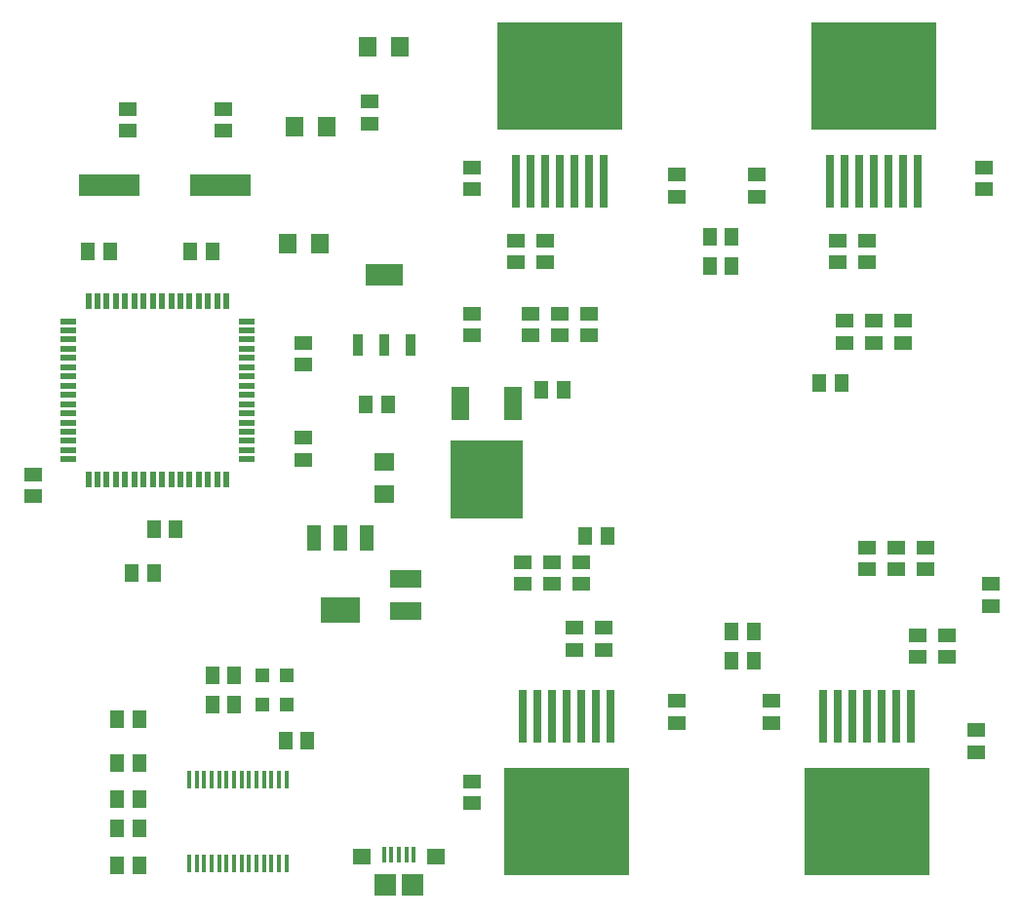
<source format=gbr>
G04 EAGLE Gerber RS-274X export*
G75*
%MOMM*%
%FSLAX34Y34*%
%LPD*%
%INSolderpaste Top*%
%IPPOS*%
%AMOC8*
5,1,8,0,0,1.08239X$1,22.5*%
G01*
%ADD10R,1.500000X1.300000*%
%ADD11R,1.300000X1.500000*%
%ADD12R,0.800000X4.600000*%
%ADD13R,10.800000X9.400000*%
%ADD14R,0.400000X1.350000*%
%ADD15R,1.600000X1.400000*%
%ADD16R,1.900000X1.900000*%
%ADD17R,1.200000X1.200000*%
%ADD18R,1.462000X0.517200*%
%ADD19R,0.517200X1.462000*%
%ADD20R,0.400000X1.500000*%
%ADD21R,5.334000X1.930400*%
%ADD22R,0.933900X1.965100*%
%ADD23R,3.233900X1.965100*%
%ADD24R,1.600000X1.800000*%
%ADD25R,1.200000X2.200000*%
%ADD26R,3.500000X2.200000*%
%ADD27R,1.800000X1.600000*%
%ADD28R,2.700000X1.600000*%
%ADD29R,1.500000X3.000000*%
%ADD30R,6.250000X6.800000*%


D10*
X660400Y631800D03*
X660400Y612800D03*
X787400Y504800D03*
X787400Y485800D03*
X736600Y504800D03*
X736600Y485800D03*
D11*
X619150Y577850D03*
X638150Y577850D03*
D10*
X590550Y612800D03*
X590550Y631800D03*
X412750Y638150D03*
X412750Y619150D03*
X514350Y511150D03*
X514350Y492150D03*
X463550Y511150D03*
X463550Y492150D03*
D11*
X657200Y209550D03*
X638200Y209550D03*
D10*
X673100Y174600D03*
X673100Y155600D03*
X850900Y130200D03*
X850900Y149200D03*
X781050Y288950D03*
X781050Y307950D03*
X806450Y288950D03*
X806450Y307950D03*
D11*
X657200Y234950D03*
X638200Y234950D03*
D10*
X412750Y104750D03*
X412750Y85750D03*
X590550Y155600D03*
X590550Y174600D03*
X482600Y276250D03*
X482600Y295250D03*
X508000Y276250D03*
X508000Y295250D03*
D11*
X250850Y139700D03*
X269850Y139700D03*
X123800Y31750D03*
X104800Y31750D03*
X123800Y88900D03*
X104800Y88900D03*
X123800Y63500D03*
X104800Y63500D03*
X619150Y552450D03*
X638150Y552450D03*
D10*
X857250Y619150D03*
X857250Y638150D03*
D12*
X762000Y626250D03*
D13*
X762000Y717750D03*
D12*
X749300Y626250D03*
X736600Y626250D03*
X774700Y626250D03*
X787400Y626250D03*
X800100Y626250D03*
X723900Y626250D03*
X488950Y626250D03*
D13*
X488950Y717750D03*
D12*
X476250Y626250D03*
X463550Y626250D03*
X501650Y626250D03*
X514350Y626250D03*
X527050Y626250D03*
X450850Y626250D03*
X755650Y161150D03*
D13*
X755650Y69650D03*
D12*
X768350Y161150D03*
X781050Y161150D03*
X742950Y161150D03*
X730250Y161150D03*
X717550Y161150D03*
X793750Y161150D03*
X495300Y161150D03*
D13*
X495300Y69650D03*
D12*
X508000Y161150D03*
X520700Y161150D03*
X482600Y161150D03*
X469900Y161150D03*
X457200Y161150D03*
X533400Y161150D03*
D14*
X336250Y41228D03*
X342750Y41228D03*
X349250Y41228D03*
X355750Y41228D03*
X362250Y41228D03*
D15*
X317250Y38978D03*
X381250Y38978D03*
D16*
X337250Y14478D03*
X361250Y14478D03*
D17*
X230800Y171450D03*
X251800Y171450D03*
X230800Y196850D03*
X251800Y196850D03*
D11*
X123800Y158750D03*
X104800Y158750D03*
D10*
X863600Y276200D03*
X863600Y257200D03*
X755650Y307950D03*
X755650Y288950D03*
D11*
X530200Y317500D03*
X511200Y317500D03*
D10*
X825500Y231750D03*
X825500Y212750D03*
X457200Y295250D03*
X457200Y276250D03*
X501650Y238100D03*
X501650Y219100D03*
X527050Y238100D03*
X527050Y219100D03*
X800100Y212750D03*
X800100Y231750D03*
D11*
X206350Y171450D03*
X187350Y171450D03*
X206350Y196850D03*
X187350Y196850D03*
X714400Y450850D03*
X733400Y450850D03*
D10*
X762000Y485800D03*
X762000Y504800D03*
X412750Y511150D03*
X412750Y492150D03*
X730250Y555650D03*
X730250Y574650D03*
X488950Y492150D03*
X488950Y511150D03*
X476250Y555650D03*
X476250Y574650D03*
X450850Y555650D03*
X450850Y574650D03*
X755650Y574650D03*
X755650Y555650D03*
D18*
X62230Y504500D03*
X62230Y496500D03*
X62230Y488500D03*
X62230Y480500D03*
X62230Y472500D03*
X62230Y464500D03*
X62230Y456500D03*
X62230Y448500D03*
X62230Y440500D03*
X62230Y432500D03*
X62230Y424500D03*
X62230Y416500D03*
X62230Y408500D03*
X62230Y400500D03*
X62230Y392500D03*
X62230Y384500D03*
D19*
X79700Y367030D03*
X87700Y367030D03*
X95700Y367030D03*
X103700Y367030D03*
X111700Y367030D03*
X119700Y367030D03*
X127700Y367030D03*
X135700Y367030D03*
X143700Y367030D03*
X151700Y367030D03*
X159700Y367030D03*
X167700Y367030D03*
X175700Y367030D03*
X183700Y367030D03*
X191700Y367030D03*
X199700Y367030D03*
D18*
X217170Y384500D03*
X217170Y392500D03*
X217170Y400500D03*
X217170Y408500D03*
X217170Y416500D03*
X217170Y424500D03*
X217170Y432500D03*
X217170Y440500D03*
X217170Y448500D03*
X217170Y456500D03*
X217170Y464500D03*
X217170Y472500D03*
X217170Y480500D03*
X217170Y488500D03*
X217170Y496500D03*
X217170Y504500D03*
D19*
X199700Y521970D03*
X191700Y521970D03*
X183700Y521970D03*
X175700Y521970D03*
X167700Y521970D03*
X159700Y521970D03*
X151700Y521970D03*
X143700Y521970D03*
X135700Y521970D03*
X127700Y521970D03*
X119700Y521970D03*
X111700Y521970D03*
X103700Y521970D03*
X95700Y521970D03*
X87700Y521970D03*
X79700Y521970D03*
D20*
X167300Y33600D03*
X173800Y33600D03*
X180300Y33600D03*
X186800Y33600D03*
X193300Y33600D03*
X199800Y33600D03*
X206300Y33600D03*
X212800Y33600D03*
X219300Y33600D03*
X225800Y33600D03*
X232300Y33600D03*
X238800Y33600D03*
X245300Y33600D03*
X251800Y33600D03*
X251800Y106100D03*
X245300Y106100D03*
X238800Y106100D03*
X232300Y106100D03*
X225800Y106100D03*
X219300Y106100D03*
X212800Y106100D03*
X206300Y106100D03*
X199800Y106100D03*
X193300Y106100D03*
X186800Y106100D03*
X180300Y106100D03*
X173800Y106100D03*
X167300Y106100D03*
D21*
X194310Y622300D03*
X97790Y622300D03*
D22*
X313550Y484124D03*
X336550Y484124D03*
X359550Y484124D03*
D23*
X336550Y544576D03*
D11*
X339700Y431800D03*
X320700Y431800D03*
D24*
X280700Y571500D03*
X252700Y571500D03*
X287050Y673100D03*
X259050Y673100D03*
X322550Y742950D03*
X350550Y742950D03*
D10*
X323850Y676300D03*
X323850Y695300D03*
X114300Y669950D03*
X114300Y688950D03*
X196850Y669950D03*
X196850Y688950D03*
D11*
X104800Y120650D03*
X123800Y120650D03*
X168300Y565150D03*
X187300Y565150D03*
D10*
X266700Y485750D03*
X266700Y466750D03*
X266700Y403200D03*
X266700Y384200D03*
X31750Y371450D03*
X31750Y352450D03*
D11*
X155550Y323850D03*
X136550Y323850D03*
X98400Y565150D03*
X79400Y565150D03*
D25*
X298450Y315800D03*
X275450Y315800D03*
X321450Y315800D03*
D26*
X298450Y253800D03*
D27*
X336550Y382300D03*
X336550Y354300D03*
D28*
X355600Y252700D03*
X355600Y280700D03*
D11*
X136500Y285750D03*
X117500Y285750D03*
D29*
X448310Y433250D03*
D30*
X425450Y367250D03*
D29*
X402590Y433250D03*
D11*
X492100Y444500D03*
X473100Y444500D03*
M02*

</source>
